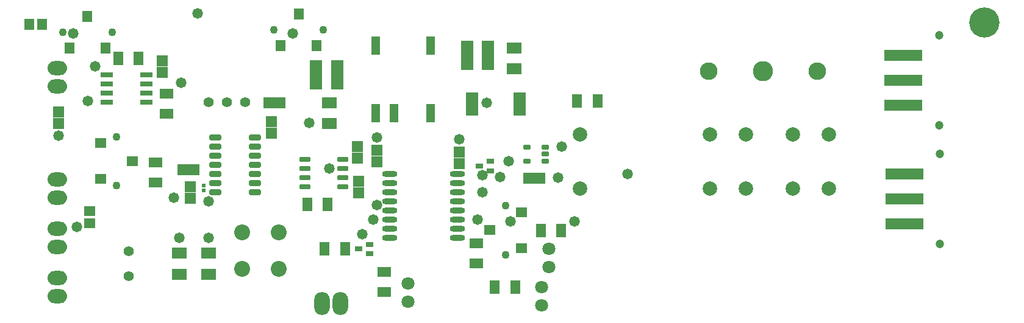
<source format=gts>
G04*
G04 #@! TF.GenerationSoftware,Altium Limited,Altium Designer,20.0.10 (225)*
G04*
G04 Layer_Color=8388736*
%FSLAX24Y24*%
%MOIN*%
G70*
G01*
G75*
%ADD38R,0.0552X0.0730*%
%ADD39R,0.0631X0.0552*%
%ADD40R,0.0592X0.0631*%
G04:AMPARAMS|DCode=41|XSize=29.7mil|YSize=39.5mil|CornerRadius=5.9mil|HoleSize=0mil|Usage=FLASHONLY|Rotation=270.000|XOffset=0mil|YOffset=0mil|HoleType=Round|Shape=RoundedRectangle|*
%AMROUNDEDRECTD41*
21,1,0.0297,0.0276,0,0,270.0*
21,1,0.0178,0.0395,0,0,270.0*
1,1,0.0119,-0.0138,-0.0089*
1,1,0.0119,-0.0138,0.0089*
1,1,0.0119,0.0138,0.0089*
1,1,0.0119,0.0138,-0.0089*
%
%ADD41ROUNDEDRECTD41*%
%ADD42R,0.0710X0.1615*%
%ADD43R,0.0552X0.0631*%
%ADD44R,0.0533X0.0611*%
%ADD45R,0.0611X0.0533*%
%ADD46R,0.0218X0.0237*%
%ADD47R,0.0631X0.0592*%
%ADD48R,0.0789X0.0592*%
%ADD49R,0.0730X0.0552*%
%ADD50R,0.0395X0.0316*%
%ADD51R,0.0686X0.1316*%
%ADD52O,0.0828X0.0316*%
%ADD53R,0.2088X0.0631*%
G04:AMPARAMS|DCode=54|XSize=29.7mil|YSize=57.2mil|CornerRadius=5.9mil|HoleSize=0mil|Usage=FLASHONLY|Rotation=90.000|XOffset=0mil|YOffset=0mil|HoleType=Round|Shape=RoundedRectangle|*
%AMROUNDEDRECTD54*
21,1,0.0297,0.0453,0,0,90.0*
21,1,0.0178,0.0572,0,0,90.0*
1,1,0.0119,0.0227,0.0089*
1,1,0.0119,0.0227,-0.0089*
1,1,0.0119,-0.0227,-0.0089*
1,1,0.0119,-0.0227,0.0089*
%
%ADD54ROUNDEDRECTD54*%
G04:AMPARAMS|DCode=55|XSize=31.6mil|YSize=65.1mil|CornerRadius=6mil|HoleSize=0mil|Usage=FLASHONLY|Rotation=90.000|XOffset=0mil|YOffset=0mil|HoleType=Round|Shape=RoundedRectangle|*
%AMROUNDEDRECTD55*
21,1,0.0316,0.0531,0,0,90.0*
21,1,0.0196,0.0651,0,0,90.0*
1,1,0.0120,0.0265,0.0098*
1,1,0.0120,0.0265,-0.0098*
1,1,0.0120,-0.0265,-0.0098*
1,1,0.0120,-0.0265,0.0098*
%
%ADD55ROUNDEDRECTD55*%
%ADD56R,0.0678X0.0316*%
%ADD57R,0.0474X0.0986*%
%ADD58C,0.1655*%
%ADD59C,0.0710*%
%ADD60C,0.0434*%
%ADD61O,0.0867X0.1261*%
%ADD62O,0.1064X0.0769*%
%ADD63C,0.0474*%
%ADD64C,0.0867*%
%ADD65C,0.0552*%
%ADD66C,0.1104*%
%ADD67C,0.0966*%
%ADD68C,0.0789*%
%ADD69C,0.0580*%
D38*
X39461Y15600D02*
D03*
X40563D02*
D03*
X16370Y25050D02*
D03*
X17472D02*
D03*
X36949Y12500D02*
D03*
X38051D02*
D03*
X42551Y22700D02*
D03*
X41449D02*
D03*
X27649Y14600D02*
D03*
X28751D02*
D03*
X26699Y17050D02*
D03*
X27801D02*
D03*
D39*
X38386Y16617D02*
D03*
X36654Y15633D02*
D03*
X38386Y14648D02*
D03*
X15414Y18433D02*
D03*
X17146Y19417D02*
D03*
X15414Y20402D02*
D03*
D40*
X38785Y18479D02*
D03*
X39415D02*
D03*
X24585Y22600D02*
D03*
X25215D02*
D03*
X20515Y18950D02*
D03*
X19885D02*
D03*
D41*
X39702Y19426D02*
D03*
Y19800D02*
D03*
Y20174D02*
D03*
X38698D02*
D03*
Y19426D02*
D03*
D42*
X27179Y24150D02*
D03*
X28321D02*
D03*
X35429Y25200D02*
D03*
X36571D02*
D03*
D43*
X27202Y25756D02*
D03*
X26218Y27488D02*
D03*
X25234Y25756D02*
D03*
X15667Y25614D02*
D03*
X14683Y27346D02*
D03*
X13698Y25614D02*
D03*
D44*
X11500Y26900D02*
D03*
X12189D02*
D03*
D45*
X14800Y16000D02*
D03*
Y16689D02*
D03*
D46*
X21050Y18072D02*
D03*
Y17828D02*
D03*
D47*
X30500Y19385D02*
D03*
Y20015D02*
D03*
X35000Y19285D02*
D03*
Y19915D02*
D03*
X29500Y18315D02*
D03*
Y17685D02*
D03*
X29450Y20215D02*
D03*
Y19585D02*
D03*
X24750Y20950D02*
D03*
Y21580D02*
D03*
X20300Y18015D02*
D03*
Y17385D02*
D03*
X13100Y22100D02*
D03*
Y21470D02*
D03*
X18771Y24285D02*
D03*
Y24915D02*
D03*
D48*
X21300Y13229D02*
D03*
Y14371D02*
D03*
X19700Y13229D02*
D03*
Y14371D02*
D03*
X27900Y21479D02*
D03*
Y22621D02*
D03*
X38000Y25621D02*
D03*
Y24479D02*
D03*
D49*
X30900Y13351D02*
D03*
Y12249D02*
D03*
X35950Y13799D02*
D03*
Y14901D02*
D03*
X19000Y23101D02*
D03*
Y21999D02*
D03*
X18400Y18249D02*
D03*
Y19351D02*
D03*
D50*
X36715Y18894D02*
D03*
Y19406D02*
D03*
X36085Y19150D02*
D03*
X30115Y14344D02*
D03*
Y14856D02*
D03*
X29485Y14600D02*
D03*
D51*
X38309Y22550D02*
D03*
X35691D02*
D03*
D52*
X34900Y15200D02*
D03*
Y15700D02*
D03*
Y16200D02*
D03*
Y16700D02*
D03*
Y17200D02*
D03*
Y17700D02*
D03*
Y18200D02*
D03*
Y18700D02*
D03*
X31200Y15200D02*
D03*
Y15700D02*
D03*
Y16200D02*
D03*
Y16700D02*
D03*
Y17200D02*
D03*
Y17700D02*
D03*
Y18200D02*
D03*
Y18700D02*
D03*
D53*
X59282Y23850D02*
D03*
Y25228D02*
D03*
Y22472D02*
D03*
X59331Y17350D02*
D03*
Y18728D02*
D03*
Y15972D02*
D03*
D54*
X28633Y18000D02*
D03*
Y18500D02*
D03*
Y19000D02*
D03*
Y19500D02*
D03*
X26567Y18000D02*
D03*
Y18500D02*
D03*
Y19000D02*
D03*
Y19500D02*
D03*
D55*
X21677Y20700D02*
D03*
Y20200D02*
D03*
Y19700D02*
D03*
Y19200D02*
D03*
Y18700D02*
D03*
Y18200D02*
D03*
Y17700D02*
D03*
X23823Y20700D02*
D03*
Y20200D02*
D03*
Y19700D02*
D03*
Y19200D02*
D03*
Y18700D02*
D03*
Y18200D02*
D03*
Y17700D02*
D03*
D56*
X17900Y22650D02*
D03*
Y23150D02*
D03*
Y23650D02*
D03*
Y24150D02*
D03*
X15743Y22650D02*
D03*
Y23150D02*
D03*
Y23650D02*
D03*
Y24150D02*
D03*
D57*
X30450Y25750D02*
D03*
X33450D02*
D03*
Y22050D02*
D03*
X31450D02*
D03*
X30450D02*
D03*
D58*
X63700Y27000D02*
D03*
D59*
X39889Y14598D02*
D03*
Y13598D02*
D03*
X39500Y12500D02*
D03*
Y11500D02*
D03*
X32200Y12700D02*
D03*
Y11700D02*
D03*
D60*
X37520Y16971D02*
D03*
Y14294D02*
D03*
X27556Y26622D02*
D03*
X24879D02*
D03*
X16021Y26480D02*
D03*
X13344D02*
D03*
X16280Y18079D02*
D03*
Y20756D02*
D03*
D61*
X28500Y11600D02*
D03*
X27500D02*
D03*
D62*
X13050Y15700D02*
D03*
Y14700D02*
D03*
X13050Y13000D02*
D03*
Y12000D02*
D03*
Y18400D02*
D03*
Y17400D02*
D03*
Y24500D02*
D03*
Y23500D02*
D03*
D63*
X61230Y26311D02*
D03*
Y21389D02*
D03*
X61280Y19811D02*
D03*
Y14889D02*
D03*
D64*
X23150Y15500D02*
D03*
Y13500D02*
D03*
X25150Y15500D02*
D03*
Y13500D02*
D03*
D65*
X16950Y13100D02*
D03*
Y14478D02*
D03*
X21300Y22650D02*
D03*
X22300D02*
D03*
X23300D02*
D03*
D66*
X51603Y24350D02*
D03*
D67*
X48650D02*
D03*
X54556D02*
D03*
D68*
X41599Y17904D02*
D03*
Y20896D02*
D03*
X48705Y17904D02*
D03*
X50674D02*
D03*
X53233D02*
D03*
X55201D02*
D03*
X48705Y20896D02*
D03*
X50674D02*
D03*
X53233D02*
D03*
X55201D02*
D03*
D69*
X40400Y18500D02*
D03*
X44200Y18700D02*
D03*
X40600Y20200D02*
D03*
X36000Y16200D02*
D03*
X37700Y19400D02*
D03*
X37235Y18555D02*
D03*
X19800Y23700D02*
D03*
X20700Y27500D02*
D03*
X25900Y26400D02*
D03*
X14100Y15800D02*
D03*
X13900Y26400D02*
D03*
X13100Y20800D02*
D03*
X21300Y15200D02*
D03*
X19700D02*
D03*
X36500Y22600D02*
D03*
X41300Y16100D02*
D03*
X37800D02*
D03*
X30500Y17000D02*
D03*
X30293Y16207D02*
D03*
X29700Y15400D02*
D03*
X19400Y17400D02*
D03*
X14700Y22700D02*
D03*
X15100Y24600D02*
D03*
X26800Y21500D02*
D03*
X27900Y19000D02*
D03*
X30500Y20700D02*
D03*
X35000Y20600D02*
D03*
X36280Y17700D02*
D03*
Y18650D02*
D03*
X21300Y17200D02*
D03*
M02*

</source>
